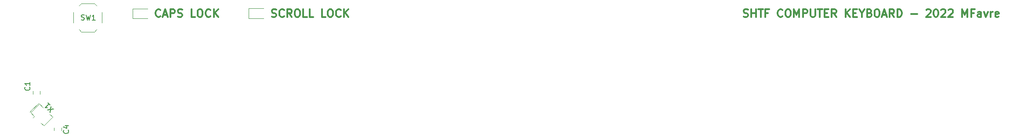
<source format=gbr>
G04 #@! TF.GenerationSoftware,KiCad,Pcbnew,(6.0.4)*
G04 #@! TF.CreationDate,2023-01-11T07:52:03+01:00*
G04 #@! TF.ProjectId,keyboard,6b657962-6f61-4726-942e-6b696361645f,rev?*
G04 #@! TF.SameCoordinates,Original*
G04 #@! TF.FileFunction,Legend,Top*
G04 #@! TF.FilePolarity,Positive*
%FSLAX46Y46*%
G04 Gerber Fmt 4.6, Leading zero omitted, Abs format (unit mm)*
G04 Created by KiCad (PCBNEW (6.0.4)) date 2023-01-11 07:52:03*
%MOMM*%
%LPD*%
G01*
G04 APERTURE LIST*
%ADD10C,0.300000*%
%ADD11C,0.150000*%
%ADD12C,0.120000*%
G04 APERTURE END LIST*
D10*
X111357142Y-69107142D02*
X111571428Y-69178571D01*
X111928571Y-69178571D01*
X112071428Y-69107142D01*
X112142857Y-69035714D01*
X112214285Y-68892857D01*
X112214285Y-68750000D01*
X112142857Y-68607142D01*
X112071428Y-68535714D01*
X111928571Y-68464285D01*
X111642857Y-68392857D01*
X111500000Y-68321428D01*
X111428571Y-68250000D01*
X111357142Y-68107142D01*
X111357142Y-67964285D01*
X111428571Y-67821428D01*
X111500000Y-67750000D01*
X111642857Y-67678571D01*
X112000000Y-67678571D01*
X112214285Y-67750000D01*
X113714285Y-69035714D02*
X113642857Y-69107142D01*
X113428571Y-69178571D01*
X113285714Y-69178571D01*
X113071428Y-69107142D01*
X112928571Y-68964285D01*
X112857142Y-68821428D01*
X112785714Y-68535714D01*
X112785714Y-68321428D01*
X112857142Y-68035714D01*
X112928571Y-67892857D01*
X113071428Y-67750000D01*
X113285714Y-67678571D01*
X113428571Y-67678571D01*
X113642857Y-67750000D01*
X113714285Y-67821428D01*
X115214285Y-69178571D02*
X114714285Y-68464285D01*
X114357142Y-69178571D02*
X114357142Y-67678571D01*
X114928571Y-67678571D01*
X115071428Y-67750000D01*
X115142857Y-67821428D01*
X115214285Y-67964285D01*
X115214285Y-68178571D01*
X115142857Y-68321428D01*
X115071428Y-68392857D01*
X114928571Y-68464285D01*
X114357142Y-68464285D01*
X116142857Y-67678571D02*
X116428571Y-67678571D01*
X116571428Y-67750000D01*
X116714285Y-67892857D01*
X116785714Y-68178571D01*
X116785714Y-68678571D01*
X116714285Y-68964285D01*
X116571428Y-69107142D01*
X116428571Y-69178571D01*
X116142857Y-69178571D01*
X116000000Y-69107142D01*
X115857142Y-68964285D01*
X115785714Y-68678571D01*
X115785714Y-68178571D01*
X115857142Y-67892857D01*
X116000000Y-67750000D01*
X116142857Y-67678571D01*
X118142857Y-69178571D02*
X117428571Y-69178571D01*
X117428571Y-67678571D01*
X119357142Y-69178571D02*
X118642857Y-69178571D01*
X118642857Y-67678571D01*
X121714285Y-69178571D02*
X121000000Y-69178571D01*
X121000000Y-67678571D01*
X122500000Y-67678571D02*
X122785714Y-67678571D01*
X122928571Y-67750000D01*
X123071428Y-67892857D01*
X123142857Y-68178571D01*
X123142857Y-68678571D01*
X123071428Y-68964285D01*
X122928571Y-69107142D01*
X122785714Y-69178571D01*
X122500000Y-69178571D01*
X122357142Y-69107142D01*
X122214285Y-68964285D01*
X122142857Y-68678571D01*
X122142857Y-68178571D01*
X122214285Y-67892857D01*
X122357142Y-67750000D01*
X122500000Y-67678571D01*
X124642857Y-69035714D02*
X124571428Y-69107142D01*
X124357142Y-69178571D01*
X124214285Y-69178571D01*
X124000000Y-69107142D01*
X123857142Y-68964285D01*
X123785714Y-68821428D01*
X123714285Y-68535714D01*
X123714285Y-68321428D01*
X123785714Y-68035714D01*
X123857142Y-67892857D01*
X124000000Y-67750000D01*
X124214285Y-67678571D01*
X124357142Y-67678571D01*
X124571428Y-67750000D01*
X124642857Y-67821428D01*
X125285714Y-69178571D02*
X125285714Y-67678571D01*
X126142857Y-69178571D02*
X125500000Y-68321428D01*
X126142857Y-67678571D02*
X125285714Y-68535714D01*
X202292857Y-69107142D02*
X202507142Y-69178571D01*
X202864285Y-69178571D01*
X203007142Y-69107142D01*
X203078571Y-69035714D01*
X203150000Y-68892857D01*
X203150000Y-68750000D01*
X203078571Y-68607142D01*
X203007142Y-68535714D01*
X202864285Y-68464285D01*
X202578571Y-68392857D01*
X202435714Y-68321428D01*
X202364285Y-68250000D01*
X202292857Y-68107142D01*
X202292857Y-67964285D01*
X202364285Y-67821428D01*
X202435714Y-67750000D01*
X202578571Y-67678571D01*
X202935714Y-67678571D01*
X203150000Y-67750000D01*
X203792857Y-69178571D02*
X203792857Y-67678571D01*
X203792857Y-68392857D02*
X204650000Y-68392857D01*
X204650000Y-69178571D02*
X204650000Y-67678571D01*
X205150000Y-67678571D02*
X206007142Y-67678571D01*
X205578571Y-69178571D02*
X205578571Y-67678571D01*
X207007142Y-68392857D02*
X206507142Y-68392857D01*
X206507142Y-69178571D02*
X206507142Y-67678571D01*
X207221428Y-67678571D01*
X209792857Y-69035714D02*
X209721428Y-69107142D01*
X209507142Y-69178571D01*
X209364285Y-69178571D01*
X209150000Y-69107142D01*
X209007142Y-68964285D01*
X208935714Y-68821428D01*
X208864285Y-68535714D01*
X208864285Y-68321428D01*
X208935714Y-68035714D01*
X209007142Y-67892857D01*
X209150000Y-67750000D01*
X209364285Y-67678571D01*
X209507142Y-67678571D01*
X209721428Y-67750000D01*
X209792857Y-67821428D01*
X210721428Y-67678571D02*
X211007142Y-67678571D01*
X211150000Y-67750000D01*
X211292857Y-67892857D01*
X211364285Y-68178571D01*
X211364285Y-68678571D01*
X211292857Y-68964285D01*
X211150000Y-69107142D01*
X211007142Y-69178571D01*
X210721428Y-69178571D01*
X210578571Y-69107142D01*
X210435714Y-68964285D01*
X210364285Y-68678571D01*
X210364285Y-68178571D01*
X210435714Y-67892857D01*
X210578571Y-67750000D01*
X210721428Y-67678571D01*
X212007142Y-69178571D02*
X212007142Y-67678571D01*
X212507142Y-68750000D01*
X213007142Y-67678571D01*
X213007142Y-69178571D01*
X213721428Y-69178571D02*
X213721428Y-67678571D01*
X214292857Y-67678571D01*
X214435714Y-67750000D01*
X214507142Y-67821428D01*
X214578571Y-67964285D01*
X214578571Y-68178571D01*
X214507142Y-68321428D01*
X214435714Y-68392857D01*
X214292857Y-68464285D01*
X213721428Y-68464285D01*
X215221428Y-67678571D02*
X215221428Y-68892857D01*
X215292857Y-69035714D01*
X215364285Y-69107142D01*
X215507142Y-69178571D01*
X215792857Y-69178571D01*
X215935714Y-69107142D01*
X216007142Y-69035714D01*
X216078571Y-68892857D01*
X216078571Y-67678571D01*
X216578571Y-67678571D02*
X217435714Y-67678571D01*
X217007142Y-69178571D02*
X217007142Y-67678571D01*
X217935714Y-68392857D02*
X218435714Y-68392857D01*
X218650000Y-69178571D02*
X217935714Y-69178571D01*
X217935714Y-67678571D01*
X218650000Y-67678571D01*
X220150000Y-69178571D02*
X219650000Y-68464285D01*
X219292857Y-69178571D02*
X219292857Y-67678571D01*
X219864285Y-67678571D01*
X220007142Y-67750000D01*
X220078571Y-67821428D01*
X220150000Y-67964285D01*
X220150000Y-68178571D01*
X220078571Y-68321428D01*
X220007142Y-68392857D01*
X219864285Y-68464285D01*
X219292857Y-68464285D01*
X221935714Y-69178571D02*
X221935714Y-67678571D01*
X222792857Y-69178571D02*
X222150000Y-68321428D01*
X222792857Y-67678571D02*
X221935714Y-68535714D01*
X223435714Y-68392857D02*
X223935714Y-68392857D01*
X224150000Y-69178571D02*
X223435714Y-69178571D01*
X223435714Y-67678571D01*
X224150000Y-67678571D01*
X225078571Y-68464285D02*
X225078571Y-69178571D01*
X224578571Y-67678571D02*
X225078571Y-68464285D01*
X225578571Y-67678571D01*
X226578571Y-68392857D02*
X226792857Y-68464285D01*
X226864285Y-68535714D01*
X226935714Y-68678571D01*
X226935714Y-68892857D01*
X226864285Y-69035714D01*
X226792857Y-69107142D01*
X226650000Y-69178571D01*
X226078571Y-69178571D01*
X226078571Y-67678571D01*
X226578571Y-67678571D01*
X226721428Y-67750000D01*
X226792857Y-67821428D01*
X226864285Y-67964285D01*
X226864285Y-68107142D01*
X226792857Y-68250000D01*
X226721428Y-68321428D01*
X226578571Y-68392857D01*
X226078571Y-68392857D01*
X227864285Y-67678571D02*
X228150000Y-67678571D01*
X228292857Y-67750000D01*
X228435714Y-67892857D01*
X228507142Y-68178571D01*
X228507142Y-68678571D01*
X228435714Y-68964285D01*
X228292857Y-69107142D01*
X228150000Y-69178571D01*
X227864285Y-69178571D01*
X227721428Y-69107142D01*
X227578571Y-68964285D01*
X227507142Y-68678571D01*
X227507142Y-68178571D01*
X227578571Y-67892857D01*
X227721428Y-67750000D01*
X227864285Y-67678571D01*
X229078571Y-68750000D02*
X229792857Y-68750000D01*
X228935714Y-69178571D02*
X229435714Y-67678571D01*
X229935714Y-69178571D01*
X231292857Y-69178571D02*
X230792857Y-68464285D01*
X230435714Y-69178571D02*
X230435714Y-67678571D01*
X231007142Y-67678571D01*
X231150000Y-67750000D01*
X231221428Y-67821428D01*
X231292857Y-67964285D01*
X231292857Y-68178571D01*
X231221428Y-68321428D01*
X231150000Y-68392857D01*
X231007142Y-68464285D01*
X230435714Y-68464285D01*
X231935714Y-69178571D02*
X231935714Y-67678571D01*
X232292857Y-67678571D01*
X232507142Y-67750000D01*
X232650000Y-67892857D01*
X232721428Y-68035714D01*
X232792857Y-68321428D01*
X232792857Y-68535714D01*
X232721428Y-68821428D01*
X232650000Y-68964285D01*
X232507142Y-69107142D01*
X232292857Y-69178571D01*
X231935714Y-69178571D01*
X234578571Y-68607142D02*
X235721428Y-68607142D01*
X237507142Y-67821428D02*
X237578571Y-67750000D01*
X237721428Y-67678571D01*
X238078571Y-67678571D01*
X238221428Y-67750000D01*
X238292857Y-67821428D01*
X238364285Y-67964285D01*
X238364285Y-68107142D01*
X238292857Y-68321428D01*
X237435714Y-69178571D01*
X238364285Y-69178571D01*
X239292857Y-67678571D02*
X239435714Y-67678571D01*
X239578571Y-67750000D01*
X239650000Y-67821428D01*
X239721428Y-67964285D01*
X239792857Y-68250000D01*
X239792857Y-68607142D01*
X239721428Y-68892857D01*
X239650000Y-69035714D01*
X239578571Y-69107142D01*
X239435714Y-69178571D01*
X239292857Y-69178571D01*
X239150000Y-69107142D01*
X239078571Y-69035714D01*
X239007142Y-68892857D01*
X238935714Y-68607142D01*
X238935714Y-68250000D01*
X239007142Y-67964285D01*
X239078571Y-67821428D01*
X239150000Y-67750000D01*
X239292857Y-67678571D01*
X240364285Y-67821428D02*
X240435714Y-67750000D01*
X240578571Y-67678571D01*
X240935714Y-67678571D01*
X241078571Y-67750000D01*
X241150000Y-67821428D01*
X241221428Y-67964285D01*
X241221428Y-68107142D01*
X241150000Y-68321428D01*
X240292857Y-69178571D01*
X241221428Y-69178571D01*
X241792857Y-67821428D02*
X241864285Y-67750000D01*
X242007142Y-67678571D01*
X242364285Y-67678571D01*
X242507142Y-67750000D01*
X242578571Y-67821428D01*
X242650000Y-67964285D01*
X242650000Y-68107142D01*
X242578571Y-68321428D01*
X241721428Y-69178571D01*
X242650000Y-69178571D01*
X244435714Y-69178571D02*
X244435714Y-67678571D01*
X244935714Y-68750000D01*
X245435714Y-67678571D01*
X245435714Y-69178571D01*
X246650000Y-68392857D02*
X246150000Y-68392857D01*
X246150000Y-69178571D02*
X246150000Y-67678571D01*
X246864285Y-67678571D01*
X248078571Y-69178571D02*
X248078571Y-68392857D01*
X248007142Y-68250000D01*
X247864285Y-68178571D01*
X247578571Y-68178571D01*
X247435714Y-68250000D01*
X248078571Y-69107142D02*
X247935714Y-69178571D01*
X247578571Y-69178571D01*
X247435714Y-69107142D01*
X247364285Y-68964285D01*
X247364285Y-68821428D01*
X247435714Y-68678571D01*
X247578571Y-68607142D01*
X247935714Y-68607142D01*
X248078571Y-68535714D01*
X248650000Y-68178571D02*
X249007142Y-69178571D01*
X249364285Y-68178571D01*
X249935714Y-69178571D02*
X249935714Y-68178571D01*
X249935714Y-68464285D02*
X250007142Y-68321428D01*
X250078571Y-68250000D01*
X250221428Y-68178571D01*
X250364285Y-68178571D01*
X251435714Y-69107142D02*
X251292857Y-69178571D01*
X251007142Y-69178571D01*
X250864285Y-69107142D01*
X250792857Y-68964285D01*
X250792857Y-68392857D01*
X250864285Y-68250000D01*
X251007142Y-68178571D01*
X251292857Y-68178571D01*
X251435714Y-68250000D01*
X251507142Y-68392857D01*
X251507142Y-68535714D01*
X250792857Y-68678571D01*
X89892857Y-69035714D02*
X89821428Y-69107142D01*
X89607142Y-69178571D01*
X89464285Y-69178571D01*
X89250000Y-69107142D01*
X89107142Y-68964285D01*
X89035714Y-68821428D01*
X88964285Y-68535714D01*
X88964285Y-68321428D01*
X89035714Y-68035714D01*
X89107142Y-67892857D01*
X89250000Y-67750000D01*
X89464285Y-67678571D01*
X89607142Y-67678571D01*
X89821428Y-67750000D01*
X89892857Y-67821428D01*
X90464285Y-68750000D02*
X91178571Y-68750000D01*
X90321428Y-69178571D02*
X90821428Y-67678571D01*
X91321428Y-69178571D01*
X91821428Y-69178571D02*
X91821428Y-67678571D01*
X92392857Y-67678571D01*
X92535714Y-67750000D01*
X92607142Y-67821428D01*
X92678571Y-67964285D01*
X92678571Y-68178571D01*
X92607142Y-68321428D01*
X92535714Y-68392857D01*
X92392857Y-68464285D01*
X91821428Y-68464285D01*
X93250000Y-69107142D02*
X93464285Y-69178571D01*
X93821428Y-69178571D01*
X93964285Y-69107142D01*
X94035714Y-69035714D01*
X94107142Y-68892857D01*
X94107142Y-68750000D01*
X94035714Y-68607142D01*
X93964285Y-68535714D01*
X93821428Y-68464285D01*
X93535714Y-68392857D01*
X93392857Y-68321428D01*
X93321428Y-68250000D01*
X93250000Y-68107142D01*
X93250000Y-67964285D01*
X93321428Y-67821428D01*
X93392857Y-67750000D01*
X93535714Y-67678571D01*
X93892857Y-67678571D01*
X94107142Y-67750000D01*
X96607142Y-69178571D02*
X95892857Y-69178571D01*
X95892857Y-67678571D01*
X97392857Y-67678571D02*
X97678571Y-67678571D01*
X97821428Y-67750000D01*
X97964285Y-67892857D01*
X98035714Y-68178571D01*
X98035714Y-68678571D01*
X97964285Y-68964285D01*
X97821428Y-69107142D01*
X97678571Y-69178571D01*
X97392857Y-69178571D01*
X97250000Y-69107142D01*
X97107142Y-68964285D01*
X97035714Y-68678571D01*
X97035714Y-68178571D01*
X97107142Y-67892857D01*
X97250000Y-67750000D01*
X97392857Y-67678571D01*
X99535714Y-69035714D02*
X99464285Y-69107142D01*
X99250000Y-69178571D01*
X99107142Y-69178571D01*
X98892857Y-69107142D01*
X98750000Y-68964285D01*
X98678571Y-68821428D01*
X98607142Y-68535714D01*
X98607142Y-68321428D01*
X98678571Y-68035714D01*
X98750000Y-67892857D01*
X98892857Y-67750000D01*
X99107142Y-67678571D01*
X99250000Y-67678571D01*
X99464285Y-67750000D01*
X99535714Y-67821428D01*
X100178571Y-69178571D02*
X100178571Y-67678571D01*
X101035714Y-69178571D02*
X100392857Y-68321428D01*
X101035714Y-67678571D02*
X100178571Y-68535714D01*
D11*
X64657142Y-82741666D02*
X64704761Y-82789285D01*
X64752380Y-82932142D01*
X64752380Y-83027380D01*
X64704761Y-83170238D01*
X64609523Y-83265476D01*
X64514285Y-83313095D01*
X64323809Y-83360714D01*
X64180952Y-83360714D01*
X63990476Y-83313095D01*
X63895238Y-83265476D01*
X63800000Y-83170238D01*
X63752380Y-83027380D01*
X63752380Y-82932142D01*
X63800000Y-82789285D01*
X63847619Y-82741666D01*
X64752380Y-81789285D02*
X64752380Y-82360714D01*
X64752380Y-82075000D02*
X63752380Y-82075000D01*
X63895238Y-82170238D01*
X63990476Y-82265476D01*
X64038095Y-82360714D01*
X72107142Y-91066666D02*
X72154761Y-91114285D01*
X72202380Y-91257142D01*
X72202380Y-91352380D01*
X72154761Y-91495238D01*
X72059523Y-91590476D01*
X71964285Y-91638095D01*
X71773809Y-91685714D01*
X71630952Y-91685714D01*
X71440476Y-91638095D01*
X71345238Y-91590476D01*
X71250000Y-91495238D01*
X71202380Y-91352380D01*
X71202380Y-91257142D01*
X71250000Y-91114285D01*
X71297619Y-91066666D01*
X71535714Y-90209523D02*
X72202380Y-90209523D01*
X71154761Y-90447619D02*
X71869047Y-90685714D01*
X71869047Y-90066666D01*
X74666666Y-69704761D02*
X74809523Y-69752380D01*
X75047619Y-69752380D01*
X75142857Y-69704761D01*
X75190476Y-69657142D01*
X75238095Y-69561904D01*
X75238095Y-69466666D01*
X75190476Y-69371428D01*
X75142857Y-69323809D01*
X75047619Y-69276190D01*
X74857142Y-69228571D01*
X74761904Y-69180952D01*
X74714285Y-69133333D01*
X74666666Y-69038095D01*
X74666666Y-68942857D01*
X74714285Y-68847619D01*
X74761904Y-68800000D01*
X74857142Y-68752380D01*
X75095238Y-68752380D01*
X75238095Y-68800000D01*
X75571428Y-68752380D02*
X75809523Y-69752380D01*
X76000000Y-69038095D01*
X76190476Y-69752380D01*
X76428571Y-68752380D01*
X77333333Y-69752380D02*
X76761904Y-69752380D01*
X77047619Y-69752380D02*
X77047619Y-68752380D01*
X76952380Y-68895238D01*
X76857142Y-68990476D01*
X76761904Y-69038095D01*
X68599408Y-87645430D02*
X68835110Y-86466919D01*
X68128004Y-87174026D02*
X69306515Y-86938324D01*
X68195347Y-85827156D02*
X68599408Y-86231217D01*
X68397378Y-86029186D02*
X67690271Y-86736293D01*
X67858630Y-86702621D01*
X67993317Y-86702621D01*
X68094332Y-86736293D01*
D12*
X66710000Y-84061252D02*
X66710000Y-83538748D01*
X65290000Y-84061252D02*
X65290000Y-83538748D01*
X69390000Y-90638748D02*
X69390000Y-91161252D01*
X70810000Y-90638748D02*
X70810000Y-91161252D01*
X74650000Y-72050000D02*
X77150000Y-72050000D01*
X74650000Y-66550000D02*
X77150000Y-66550000D01*
X74200000Y-71600000D02*
X74650000Y-72050000D01*
X73150000Y-68300000D02*
X73150000Y-70300000D01*
X77600000Y-67000000D02*
X77150000Y-66550000D01*
X74200000Y-67000000D02*
X74650000Y-66550000D01*
X77600000Y-71600000D02*
X77150000Y-72050000D01*
X78650000Y-68300000D02*
X78650000Y-70300000D01*
X65161522Y-87392893D02*
X64878680Y-87675736D01*
X65585786Y-88382843D02*
X64878680Y-87675736D01*
X67424264Y-90221320D02*
X66858579Y-89655635D01*
X69121320Y-88524264D02*
X67707107Y-89938478D01*
X67707107Y-89938478D02*
X67424264Y-90221320D01*
X66575736Y-85978680D02*
X67282843Y-86685786D01*
X65020101Y-87251472D02*
X64737258Y-87534315D01*
X68555635Y-87958579D02*
X69121320Y-88524264D01*
X65161522Y-87392893D02*
X66575736Y-85978680D01*
X65585786Y-88382843D02*
X65302944Y-88665685D01*
X66434315Y-85837258D02*
X65020101Y-87251472D01*
X84560001Y-69480001D02*
X87420001Y-69480001D01*
X84560001Y-67560001D02*
X84560001Y-69480001D01*
X87420001Y-67560001D02*
X84560001Y-67560001D01*
X106890000Y-69460000D02*
X109750000Y-69460000D01*
X106890000Y-67540000D02*
X106890000Y-69460000D01*
X109750000Y-67540000D02*
X106890000Y-67540000D01*
M02*

</source>
